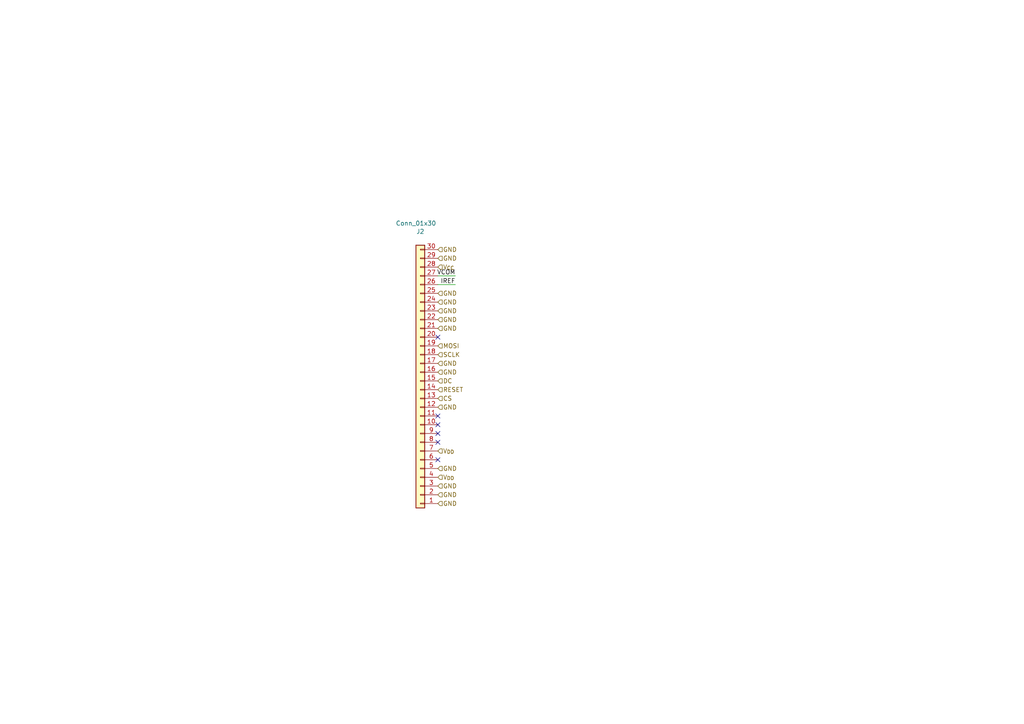
<source format=kicad_sch>
(kicad_sch (version 20211123) (generator eeschema)
  (paper "A4")
  (lib_symbols
    (symbol "Connector_Generic:Conn_01x30" (pin_names (offset 1.016) hide)
      (property "Reference" "J" (at 0 38.1 0))
      (property "Value" "Conn_01x30" (at 0 -40.64 0))
      (symbol "Conn_01x30_1_1"
        (rectangle (start -1.27 -37.973) (end 0 -38.227) (stroke (width 0.1524)))
        (rectangle (start -1.27 -35.433) (end 0 -35.687) (stroke (width 0.1524)))
        (rectangle (start -1.27 -32.893) (end 0 -33.147) (stroke (width 0.1524)))
        (rectangle (start -1.27 -30.353) (end 0 -30.607) (stroke (width 0.1524)))
        (rectangle (start -1.27 -27.813) (end 0 -28.067) (stroke (width 0.1524)))
        (rectangle (start -1.27 -25.273) (end 0 -25.527) (stroke (width 0.1524)))
        (rectangle (start -1.27 -22.733) (end 0 -22.987) (stroke (width 0.1524)))
        (rectangle (start -1.27 -20.193) (end 0 -20.447) (stroke (width 0.1524)))
        (rectangle (start -1.27 -17.653) (end 0 -17.907) (stroke (width 0.1524)))
        (rectangle (start -1.27 -15.113) (end 0 -15.367) (stroke (width 0.1524)))
        (rectangle (start -1.27 -12.573) (end 0 -12.827) (stroke (width 0.1524)))
        (rectangle (start -1.27 -10.033) (end 0 -10.287) (stroke (width 0.1524)))
        (rectangle (start -1.27 -7.493) (end 0 -7.747) (stroke (width 0.1524)))
        (rectangle (start -1.27 -4.953) (end 0 -5.207) (stroke (width 0.1524)))
        (rectangle (start -1.27 -2.413) (end 0 -2.667) (stroke (width 0.1524)))
        (rectangle (start -1.27 0.127) (end 0 -0.127) (stroke (width 0.1524)))
        (rectangle (start -1.27 2.667) (end 0 2.413) (stroke (width 0.1524)))
        (rectangle (start -1.27 5.207) (end 0 4.953) (stroke (width 0.1524)))
        (rectangle (start -1.27 7.747) (end 0 7.493) (stroke (width 0.1524)))
        (rectangle (start -1.27 10.287) (end 0 10.033) (stroke (width 0.1524)))
        (rectangle (start -1.27 12.827) (end 0 12.573) (stroke (width 0.1524)))
        (rectangle (start -1.27 15.367) (end 0 15.113) (stroke (width 0.1524)))
        (rectangle (start -1.27 17.907) (end 0 17.653) (stroke (width 0.1524)))
        (rectangle (start -1.27 20.447) (end 0 20.193) (stroke (width 0.1524)))
        (rectangle (start -1.27 22.987) (end 0 22.733) (stroke (width 0.1524)))
        (rectangle (start -1.27 25.527) (end 0 25.273) (stroke (width 0.1524)))
        (rectangle (start -1.27 28.067) (end 0 27.813) (stroke (width 0.1524)))
        (rectangle (start -1.27 30.607) (end 0 30.353) (stroke (width 0.1524)))
        (rectangle (start -1.27 33.147) (end 0 32.893) (stroke (width 0.1524)))
        (rectangle (start -1.27 35.687) (end 0 35.433) (stroke (width 0.1524)))
        (rectangle (start -1.27 36.83) (end 1.27 -39.37) (stroke (width 0.254)) (fill (type background)))
        (pin passive line (at -5.08 35.56 0) (length 3.81) (name "Pin_1") (number "1"))
        (pin passive line (at -5.08 12.7 0) (length 3.81) (name "Pin_10") (number "10"))
        (pin passive line (at -5.08 10.16 0) (length 3.81) (name "Pin_11") (number "11"))
        (pin passive line (at -5.08 7.62 0) (length 3.81) (name "Pin_12") (number "12"))
        (pin passive line (at -5.08 5.08 0) (length 3.81) (name "Pin_13") (number "13"))
        (pin passive line (at -5.08 2.54 0) (length 3.81) (name "Pin_14") (number "14"))
        (pin passive line (at -5.08 0 0) (length 3.81) (name "Pin_15") (number "15"))
        (pin passive line (at -5.08 -2.54 0) (length 3.81) (name "Pin_16") (number "16"))
        (pin passive line (at -5.08 -5.08 0) (length 3.81) (name "Pin_17") (number "17"))
        (pin passive line (at -5.08 -7.62 0) (length 3.81) (name "Pin_18") (number "18"))
        (pin passive line (at -5.08 -10.16 0) (length 3.81) (name "Pin_19") (number "19"))
        (pin passive line (at -5.08 33.02 0) (length 3.81) (name "Pin_2") (number "2"))
        (pin passive line (at -5.08 -12.7 0) (length 3.81) (name "Pin_20") (number "20"))
        (pin passive line (at -5.08 -15.24 0) (length 3.81) (name "Pin_21") (number "21"))
        (pin passive line (at -5.08 -17.78 0) (length 3.81) (name "Pin_22") (number "22"))
        (pin passive line (at -5.08 -20.32 0) (length 3.81) (name "Pin_23") (number "23"))
        (pin passive line (at -5.08 -22.86 0) (length 3.81) (name "Pin_24") (number "24"))
        (pin passive line (at -5.08 -25.4 0) (length 3.81) (name "Pin_25") (number "25"))
        (pin passive line (at -5.08 -27.94 0) (length 3.81) (name "Pin_26") (number "26"))
        (pin passive line (at -5.08 -30.48 0) (length 3.81) (name "Pin_27") (number "27"))
        (pin passive line (at -5.08 -33.02 0) (length 3.81) (name "Pin_28") (number "28"))
        (pin passive line (at -5.08 -35.56 0) (length 3.81) (name "Pin_29") (number "29"))
        (pin passive line (at -5.08 30.48 0) (length 3.81) (name "Pin_3") (number "3"))
        (pin passive line (at -5.08 -38.1 0) (length 3.81) (name "Pin_30") (number "30"))
        (pin passive line (at -5.08 27.94 0) (length 3.81) (name "Pin_4") (number "4"))
        (pin passive line (at -5.08 25.4 0) (length 3.81) (name "Pin_5") (number "5"))
        (pin passive line (at -5.08 22.86 0) (length 3.81) (name "Pin_6") (number "6"))
        (pin passive line (at -5.08 20.32 0) (length 3.81) (name "Pin_7") (number "7"))
        (pin passive line (at -5.08 17.78 0) (length 3.81) (name "Pin_8") (number "8"))
        (pin passive line (at -5.08 15.24 0) (length 3.81) (name "Pin_9") (number "9"))
      )
    )
  )
  (no_connect (at 127 120.65))
  (no_connect (at 127 125.73))
  (no_connect (at 127 133.35))
  (no_connect (at 127 97.79))
  (no_connect (at 127 123.19))
  (no_connect (at 127 128.27))
  (wire (pts (xy 132.08 80.01) (xy 127 80.01)))
  (wire (pts (xy 132.08 82.55) (xy 127 82.55)))
  (label "VCOM" (at 132.08 80.01 180))
  (label "IREF" (at 132.08 82.55 180))
  (hierarchical_label "GND" (shape input) (at 127 90.17 0))
  (hierarchical_label "GND" (shape input) (at 127 140.97 0))
  (hierarchical_label "V_{CC}" (shape input) (at 127 77.47 0))
  (hierarchical_label "V_{DD}" (shape input) (at 127 130.81 0))
  (hierarchical_label "DC" (shape input) (at 127 110.49 0))
  (hierarchical_label "V_{DD}" (shape input) (at 127 138.43 0))
  (hierarchical_label "MOSI" (shape input) (at 127 100.33 0))
  (hierarchical_label "GND" (shape input) (at 127 87.63 0))
  (hierarchical_label "GND" (shape input) (at 127 143.51 0))
  (hierarchical_label "GND" (shape input) (at 127 107.95 0))
  (hierarchical_label "GND" (shape input) (at 127 105.41 0))
  (hierarchical_label "GND" (shape input) (at 127 72.39 0))
  (hierarchical_label "GND" (shape input) (at 127 146.05 0))
  (hierarchical_label "GND" (shape input) (at 127 118.11 0))
  (hierarchical_label "GND" (shape input) (at 127 135.89 0))
  (hierarchical_label "GND" (shape input) (at 127 92.71 0))
  (hierarchical_label "GND" (shape input) (at 127 85.09 0))
  (hierarchical_label "GND" (shape input) (at 127 74.93 0))
  (hierarchical_label "GND" (shape input) (at 127 95.25 0))
  (hierarchical_label "SCLK" (shape input) (at 127 102.87 0))
  (hierarchical_label "RESET" (shape input) (at 127 113.03 0))
  (hierarchical_label "CS" (shape input) (at 127 115.57 0))
  (symbol (lib_id "Connector_Generic:Conn_01x30") (at 121.92 110.49 180) (unit 1)
    (property "Reference" "J2" (at 121.92 67.1535 0))
    (property "Value" "Conn_01x30" (at 120.65 64.77 0))
  )
)
</source>
